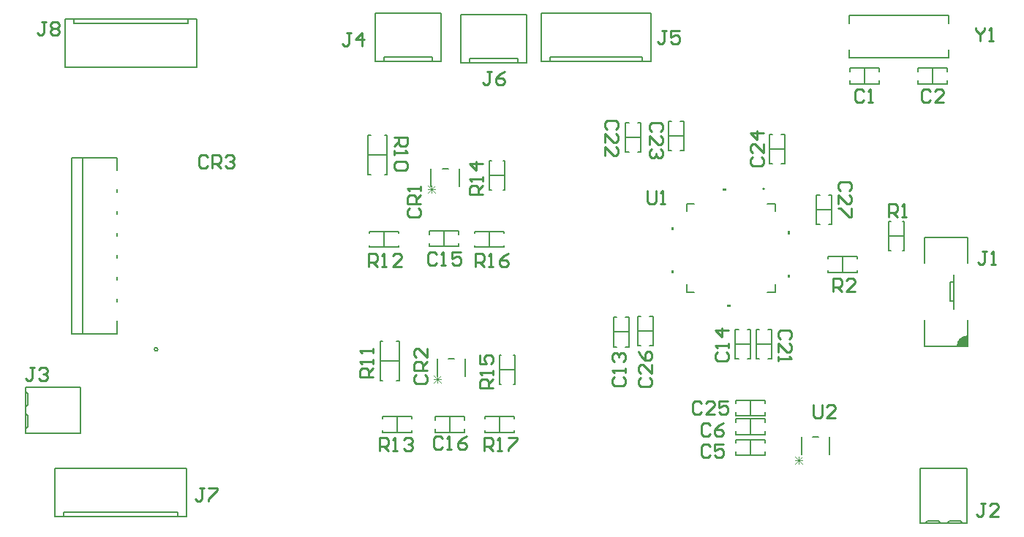
<source format=gto>
G04*
G04 #@! TF.GenerationSoftware,Altium Limited,Altium Designer,20.2.5 (213)*
G04*
G04 Layer_Color=65535*
%FSAX44Y44*%
%MOMM*%
G71*
G04*
G04 #@! TF.SameCoordinates,DEE1CB44-B07E-4D6A-B40A-D2815B2109DB*
G04*
G04*
G04 #@! TF.FilePolarity,Positive*
G04*
G01*
G75*
%ADD10C,0.1524*%
%ADD11C,0.2000*%
%ADD12C,0.1500*%
%ADD13C,0.0762*%
%ADD14C,0.2540*%
G36*
X01159541Y00558605D02*
Y00562415D01*
X01157001D01*
Y00558605D01*
X01159541D01*
D02*
G37*
G36*
Y00608605D02*
Y00612415D01*
X01157001D01*
Y00608605D01*
X01159541D01*
D02*
G37*
G36*
X01219955Y00654019D02*
Y00656559D01*
X01216145D01*
Y00654019D01*
X01219955D01*
D02*
G37*
G36*
X01294099Y00603605D02*
X01291559D01*
Y00607415D01*
X01294099D01*
Y00603605D01*
D02*
G37*
G36*
Y00553605D02*
X01291559D01*
Y00557415D01*
X01294099D01*
Y00553605D01*
D02*
G37*
G36*
X01224955Y00519461D02*
X01221145D01*
Y00522001D01*
X01224955D01*
Y00519461D01*
D02*
G37*
G36*
X01499100Y00474710D02*
X01499600Y00474210D01*
X01487600D01*
Y00478210D01*
X01495100Y00485710D01*
X01499100D01*
Y00474710D01*
D02*
G37*
D10*
X01263812Y00656519D02*
G03*
X01263812Y00656519I-00000762J00000000D01*
G01*
X00562102Y00470535D02*
G03*
X00562102Y00470535I-00002032J00000000D01*
G01*
X00878484Y00659765D02*
Y00679831D01*
X00891361D02*
X00898119D01*
X00910996Y00659765D02*
Y00679831D01*
X01276858Y00630354D02*
Y00639318D01*
X01267894Y00536702D02*
X01276858D01*
X01174242D02*
Y00545666D01*
Y00639318D02*
X01183206D01*
X01267894D02*
X01276858D01*
Y00536702D02*
Y00545666D01*
X01174242Y00536702D02*
X01183206D01*
X01174242Y00630354D02*
Y00639318D01*
X00514678Y00677706D02*
Y00692785D01*
X00474800Y00489585D02*
Y00691515D01*
X00514678Y00488315D02*
Y00503395D01*
X00462100Y00692785D02*
X00514678D01*
X00462100Y00488315D02*
Y00692785D01*
Y00488315D02*
X00514678D01*
Y00525305D02*
Y00528795D01*
Y00550705D02*
Y00554194D01*
Y00576105D02*
Y00579594D01*
Y00601506D02*
Y00604995D01*
Y00626906D02*
Y00630395D01*
Y00652306D02*
Y00655795D01*
X01339936Y00348869D02*
Y00368935D01*
X01319920D02*
X01327186D01*
X01307170Y00348869D02*
Y00368935D01*
X00917956Y00439547D02*
Y00459613D01*
X00898321D02*
X00905079D01*
X00885444Y00439547D02*
Y00459613D01*
D11*
X01499100Y00485710D02*
G03*
X01487600Y00474210I00000000J-00011500D01*
G01*
X00838580Y00480200D02*
X00841580D01*
Y00434200D02*
Y00480200D01*
X00838580Y00434200D02*
X00841580D01*
X00819580D02*
X00822580D01*
X00819580D02*
Y00480200D01*
X00822580D01*
X00819580Y00457200D02*
X00841580D01*
X00805610Y00672960D02*
X00808610D01*
X00805610D02*
Y00718960D01*
X00808610D01*
X00824610D02*
X00827610D01*
Y00672960D02*
Y00718960D01*
X00824610Y00672960D02*
X00827610D01*
X00805610Y00695960D02*
X00827610D01*
X01132840Y00803910D02*
Y00859790D01*
X01005840D02*
X01132840D01*
X01005840Y00803910D02*
Y00859790D01*
X01016000Y00803910D02*
Y00808990D01*
X01122680D01*
Y00803910D02*
Y00808990D01*
X01005840Y00803910D02*
X01132840D01*
X00989330Y00802640D02*
Y00858520D01*
X00913130D02*
X00989330D01*
X00913130Y00802640D02*
Y00858520D01*
X00923290Y00802640D02*
Y00807720D01*
X00979170D01*
Y00802640D02*
Y00807720D01*
X00913130Y00802640D02*
X00989330D01*
X01477610Y00848120D02*
Y00857370D01*
Y00808870D02*
Y00818120D01*
X01362110Y00808870D02*
Y00818120D01*
Y00848120D02*
Y00857370D01*
Y00808870D02*
X01477610D01*
X01362110Y00857370D02*
X01477610D01*
X00411480Y00406400D02*
Y00419100D01*
X00408690Y00421640D02*
X00411480Y00419100D01*
X00408690Y00403860D02*
X00411480Y00406400D01*
X00408690Y00378460D02*
X00411480Y00381000D01*
X00408690Y00396240D02*
X00411480Y00393700D01*
Y00381000D02*
Y00393700D01*
X00472690Y00374050D02*
Y00427050D01*
X00408690D02*
X00472690D01*
X00408690Y00373050D02*
Y00427050D01*
Y00373050D02*
X00472690D01*
Y00374050D01*
X01497930Y00332890D02*
X01498930D01*
Y00268890D02*
Y00332890D01*
X01444930Y00268890D02*
X01498930D01*
X01444930D02*
Y00332890D01*
X01497930D01*
X01478280Y00271680D02*
X01490980D01*
X01475740Y00268890D02*
X01478280Y00271680D01*
X01490980D02*
X01493520Y00268890D01*
X01465580Y00271680D02*
X01468120Y00268890D01*
X01450340D02*
X01452880Y00271680D01*
X01465580D01*
X01499100Y00485710D02*
X01499600D01*
Y00570210D02*
Y00600210D01*
X01449600Y00570210D02*
Y00600210D01*
X01499600D01*
X01483600Y00526210D02*
Y00548210D01*
X01479600D02*
X01483600D01*
X01479600Y00526210D02*
Y00548210D01*
Y00526210D02*
X01483600D01*
Y00517210D02*
Y00526210D01*
Y00548210D02*
Y00557210D01*
X01449600Y00474210D02*
Y00504210D01*
Y00474210D02*
X01499600D01*
Y00504210D01*
X01497600Y00474210D02*
X01499600D01*
X00890270Y00803910D02*
Y00859790D01*
X00814070D02*
X00890270D01*
X00814070Y00803910D02*
Y00859790D01*
X00824230Y00803910D02*
Y00808990D01*
X00880110D01*
Y00803910D02*
Y00808990D01*
X00814070Y00803910D02*
X00890270D01*
X00454660Y00853440D02*
X00607060D01*
X00464820Y00848360D02*
Y00853440D01*
Y00848360D02*
X00596900D01*
Y00853440D01*
X00607060Y00797560D02*
Y00853440D01*
X00454660Y00797560D02*
X00607060D01*
X00454660D02*
Y00853440D01*
X00595630Y00276860D02*
Y00332740D01*
X00443230D02*
X00595630D01*
X00443230Y00276860D02*
Y00332740D01*
X00453390Y00276860D02*
Y00281940D01*
X00585470D01*
Y00276860D02*
Y00281940D01*
X00443230Y00276860D02*
X00595630D01*
D12*
X01103520Y00699280D02*
X01107520D01*
X01103520D02*
Y00733280D01*
X01107520D01*
X01117520D02*
X01121520D01*
Y00699280D02*
Y00733280D01*
X01117520Y00699280D02*
X01121520D01*
X01103520Y00716280D02*
X01121520D01*
X01153050Y00700550D02*
X01157050D01*
X01153050D02*
Y00734550D01*
X01157050D01*
X01167050D02*
X01171050D01*
Y00700550D02*
Y00734550D01*
X01167050Y00700550D02*
X01171050D01*
X01153050Y00717550D02*
X01171050D01*
X01363490Y00792400D02*
Y00796400D01*
X01397490D01*
Y00792400D02*
Y00796400D01*
Y00778400D02*
Y00782400D01*
X01363490Y00778400D02*
X01397490D01*
X01363490D02*
Y00782400D01*
X01380490Y00778400D02*
Y00796400D01*
X00824230Y00589170D02*
Y00607170D01*
X00807230Y00605170D02*
Y00607170D01*
X00841230D01*
Y00605170D02*
Y00607170D01*
X00807230Y00589170D02*
Y00591170D01*
Y00589170D02*
X00841230D01*
Y00591170D01*
X00946150Y00589170D02*
Y00607170D01*
X00929150Y00605170D02*
Y00607170D01*
X00963150D01*
Y00605170D02*
Y00607170D01*
X00929150Y00589170D02*
Y00591170D01*
Y00589170D02*
X00963150D01*
Y00591170D01*
X00946040Y00671830D02*
X00964040D01*
X00962040Y00688830D02*
X00964040D01*
Y00654830D02*
Y00688830D01*
X00962040Y00654830D02*
X00964040D01*
X00946040Y00688830D02*
X00948040D01*
X00946040Y00654830D02*
Y00688830D01*
Y00654830D02*
X00948040D01*
X00839470Y00374540D02*
Y00392540D01*
X00822470Y00390540D02*
Y00392540D01*
X00856470D01*
Y00390540D02*
Y00392540D01*
X00822470Y00374540D02*
Y00376540D01*
Y00374540D02*
X00856470D01*
Y00376540D01*
X00957470Y00446900D02*
X00975470D01*
X00973470Y00463900D02*
X00975470D01*
Y00429900D02*
Y00463900D01*
X00973470Y00429900D02*
X00975470D01*
X00957470Y00463900D02*
X00959470D01*
X00957470Y00429900D02*
Y00463900D01*
Y00429900D02*
X00959470D01*
X00883430Y00388540D02*
Y00392540D01*
X00917430D01*
Y00388540D02*
Y00392540D01*
Y00374540D02*
Y00378540D01*
X00883430Y00374540D02*
X00917430D01*
X00883430D02*
Y00378540D01*
X00900430Y00374540D02*
Y00392540D01*
X00957580Y00374540D02*
Y00392540D01*
X00940580Y00390540D02*
Y00392540D01*
X00974580D01*
Y00390540D02*
Y00392540D01*
X00940580Y00374540D02*
Y00376540D01*
Y00374540D02*
X00974580D01*
Y00376540D01*
X00910470Y00589678D02*
Y00593678D01*
X00876470Y00589678D02*
X00910470D01*
X00876470D02*
Y00593678D01*
Y00603678D02*
Y00607678D01*
X00910470D01*
Y00603678D02*
Y00607678D01*
X00893470Y00589678D02*
Y00607678D01*
X01324500Y00632460D02*
X01342500D01*
X01324500Y00649460D02*
X01328500D01*
X01324500Y00615460D02*
Y00649460D01*
Y00615460D02*
X01328500D01*
X01338500D02*
X01342500D01*
Y00649460D01*
X01338500D02*
X01342500D01*
X01424320Y00618980D02*
X01426320D01*
Y00584980D02*
Y00618980D01*
X01424320Y00584980D02*
X01426320D01*
X01408320Y00618980D02*
X01410320D01*
X01408320Y00584980D02*
Y00618980D01*
Y00584980D02*
X01410320D01*
X01408320Y00601980D02*
X01426320D01*
X01459230Y00778400D02*
Y00796400D01*
X01476230Y00792400D02*
Y00796400D01*
X01442230D02*
X01476230D01*
X01442230Y00792400D02*
Y00796400D01*
Y00778400D02*
Y00782400D01*
Y00778400D02*
X01476230D01*
Y00782400D01*
X01269890Y00685310D02*
X01273890D01*
X01269890D02*
Y00719310D01*
X01273890D01*
X01283890D02*
X01287890D01*
Y00685310D02*
Y00719310D01*
X01283890Y00685310D02*
X01287890D01*
X01269890Y00702310D02*
X01287890D01*
X01248410Y00393590D02*
Y00411590D01*
X01265410Y00407590D02*
Y00411590D01*
X01231410D02*
X01265410D01*
X01231410Y00407590D02*
Y00411590D01*
Y00393590D02*
Y00397590D01*
Y00393590D02*
X01265410D01*
Y00397590D01*
X01089550Y00490600D02*
X01107550D01*
X01089550Y00507600D02*
X01093550D01*
X01089550Y00473600D02*
Y00507600D01*
Y00473600D02*
X01093550D01*
X01103550D02*
X01107550D01*
Y00507600D01*
X01103550D02*
X01107550D01*
X01117490Y00491490D02*
X01135490D01*
X01117490Y00508490D02*
X01121490D01*
X01117490Y00474490D02*
Y00508490D01*
Y00474490D02*
X01121490D01*
X01131490D02*
X01135490D01*
Y00508490D01*
X01131490D02*
X01135490D01*
X01248410Y00372000D02*
Y00390000D01*
X01265410Y00386000D02*
Y00390000D01*
X01231410D02*
X01265410D01*
X01231410Y00386000D02*
Y00390000D01*
Y00372000D02*
Y00376000D01*
Y00372000D02*
X01265410D01*
Y00376000D01*
X01248410Y00347870D02*
Y00365870D01*
X01265410Y00361870D02*
Y00365870D01*
X01231410D02*
X01265410D01*
X01231410Y00361870D02*
Y00365870D01*
Y00347870D02*
Y00351870D01*
Y00347870D02*
X01265410D01*
Y00351870D01*
X01355090Y00559960D02*
Y00577960D01*
X01338090Y00575960D02*
Y00577960D01*
X01372090D01*
Y00575960D02*
Y00577960D01*
X01338090Y00559960D02*
Y00561960D01*
Y00559960D02*
X01372090D01*
Y00561960D01*
X01254650Y00476250D02*
X01272650D01*
X01254650Y00493250D02*
X01258650D01*
X01254650Y00459250D02*
Y00493250D01*
Y00459250D02*
X01258650D01*
X01268650D02*
X01272650D01*
Y00493250D01*
X01268650D02*
X01272650D01*
X01244520D02*
X01248520D01*
Y00459250D02*
Y00493250D01*
X01244520Y00459250D02*
X01248520D01*
X01230520D02*
X01234520D01*
X01230520D02*
Y00493250D01*
X01234520D01*
X01230520Y00476250D02*
X01248520D01*
D13*
X00874406Y00652145D02*
X00882870Y00660609D01*
Y00652145D02*
X00874406Y00660609D01*
X00878638Y00652145D02*
Y00660609D01*
X00882870Y00656377D02*
X00874406D01*
X01299663Y00337630D02*
X01308127Y00346093D01*
Y00337630D02*
X01299663Y00346093D01*
X01303895Y00337630D02*
Y00346093D01*
X01308127Y00341861D02*
X01299663D01*
X00881366Y00431927D02*
X00889830Y00440391D01*
Y00431927D02*
X00881366Y00440391D01*
X00885598Y00431927D02*
Y00440391D01*
X00889830Y00436159D02*
X00881366D01*
D14*
X01408433Y00623573D02*
Y00638807D01*
X01416051D01*
X01418590Y00636268D01*
Y00631190D01*
X01416051Y00628651D01*
X01408433D01*
X01413512D02*
X01418590Y00623573D01*
X01423668D02*
X01428747D01*
X01426208D01*
Y00638807D01*
X01423668Y00636268D01*
X01129033Y00654047D02*
Y00641352D01*
X01131572Y00638812D01*
X01136651D01*
X01139190Y00641352D01*
Y00654047D01*
X01144268Y00638812D02*
X01149347D01*
X01146808D01*
Y00654047D01*
X01144268Y00651508D01*
X01362708Y00654047D02*
X01365248Y00656586D01*
Y00661664D01*
X01362708Y00664203D01*
X01352552D01*
X01350013Y00661664D01*
Y00656586D01*
X01352552Y00654047D01*
X01350013Y00638812D02*
Y00648968D01*
X01360169Y00638812D01*
X01362708D01*
X01365248Y00641351D01*
Y00646429D01*
X01362708Y00648968D01*
X01365248Y00633733D02*
Y00623577D01*
X01362708D01*
X01352552Y00633733D01*
X01350013D01*
X01121412Y00437263D02*
X01118873Y00434724D01*
Y00429646D01*
X01121412Y00427107D01*
X01131568D01*
X01134108Y00429646D01*
Y00434724D01*
X01131568Y00437263D01*
X01134108Y00452498D02*
Y00442342D01*
X01123951Y00452498D01*
X01121412D01*
X01118873Y00449959D01*
Y00444881D01*
X01121412Y00442342D01*
X01118873Y00467733D02*
X01121412Y00462655D01*
X01126490Y00457577D01*
X01131568D01*
X01134108Y00460116D01*
Y00465194D01*
X01131568Y00467733D01*
X01129029D01*
X01126490Y00465194D01*
Y00457577D01*
X01191263Y00407668D02*
X01188724Y00410207D01*
X01183646D01*
X01181107Y00407668D01*
Y00397512D01*
X01183646Y00394972D01*
X01188724D01*
X01191263Y00397512D01*
X01206498Y00394972D02*
X01196342D01*
X01206498Y00405129D01*
Y00407668D01*
X01203959Y00410207D01*
X01198881D01*
X01196342Y00407668D01*
X01221733Y00410207D02*
X01211577D01*
Y00402590D01*
X01216655Y00405129D01*
X01219194D01*
X01221733Y00402590D01*
Y00397512D01*
X01219194Y00394972D01*
X01214116D01*
X01211577Y00397512D01*
X01201421Y00358138D02*
X01198882Y00360677D01*
X01193803D01*
X01191264Y00358138D01*
Y00347982D01*
X01193803Y00345443D01*
X01198882D01*
X01201421Y00347982D01*
X01216656Y00360677D02*
X01206499D01*
Y00353060D01*
X01211578Y00355599D01*
X01214117D01*
X01216656Y00353060D01*
Y00347982D01*
X01214117Y00345443D01*
X01209038D01*
X01206499Y00347982D01*
X01508763Y00843278D02*
Y00840738D01*
X01513842Y00835660D01*
X01518920Y00840738D01*
Y00843278D01*
X01513842Y00835660D02*
Y00828043D01*
X01523998D02*
X01529077D01*
X01526538D01*
Y00843278D01*
X01523998Y00840738D01*
X01321017Y00405890D02*
Y00393194D01*
X01323556Y00390654D01*
X01328635D01*
X01331174Y00393194D01*
Y00405890D01*
X01346409Y00390654D02*
X01336252D01*
X01346409Y00400811D01*
Y00403350D01*
X01343870Y00405890D01*
X01338791D01*
X01336252Y00403350D01*
X00939806Y00353063D02*
Y00368298D01*
X00947424D01*
X00949963Y00365758D01*
Y00360680D01*
X00947424Y00358141D01*
X00939806D01*
X00944884D02*
X00949963Y00353063D01*
X00955041D02*
X00960120D01*
X00957580D01*
Y00368298D01*
X00955041Y00365758D01*
X00967737Y00368298D02*
X00977894D01*
Y00365758D01*
X00967737Y00355602D01*
Y00353063D01*
X00929646Y00566423D02*
Y00581657D01*
X00937264D01*
X00939803Y00579118D01*
Y00574040D01*
X00937264Y00571501D01*
X00929646D01*
X00934725D02*
X00939803Y00566423D01*
X00944881D02*
X00949960D01*
X00947420D01*
Y00581657D01*
X00944881Y00579118D01*
X00967734Y00581657D02*
X00962655Y00579118D01*
X00957577Y00574040D01*
Y00568962D01*
X00960116Y00566423D01*
X00965195D01*
X00967734Y00568962D01*
Y00571501D01*
X00965195Y00574040D01*
X00957577D01*
X00949958Y00425456D02*
X00934722D01*
Y00433074D01*
X00937262Y00435613D01*
X00942340D01*
X00944879Y00433074D01*
Y00425456D01*
Y00430535D02*
X00949958Y00435613D01*
Y00440691D02*
Y00445770D01*
Y00443230D01*
X00934722D01*
X00937262Y00440691D01*
X00934722Y00463544D02*
Y00453387D01*
X00942340D01*
X00939801Y00458465D01*
Y00461005D01*
X00942340Y00463544D01*
X00947418D01*
X00949958Y00461005D01*
Y00455926D01*
X00947418Y00453387D01*
X00938528Y00650246D02*
X00923292D01*
Y00657864D01*
X00925832Y00660403D01*
X00930910D01*
X00933449Y00657864D01*
Y00650246D01*
Y00655324D02*
X00938528Y00660403D01*
Y00665481D02*
Y00670560D01*
Y00668020D01*
X00923292D01*
X00925832Y00665481D01*
X00938528Y00685795D02*
X00923292D01*
X00930910Y00678177D01*
Y00688334D01*
X00819156Y00353063D02*
Y00368298D01*
X00826774D01*
X00829313Y00365758D01*
Y00360680D01*
X00826774Y00358141D01*
X00819156D01*
X00824234D02*
X00829313Y00353063D01*
X00834391D02*
X00839470D01*
X00836930D01*
Y00368298D01*
X00834391Y00365758D01*
X00847087D02*
X00849626Y00368298D01*
X00854705D01*
X00857244Y00365758D01*
Y00363219D01*
X00854705Y00360680D01*
X00852166D01*
X00854705D01*
X00857244Y00358141D01*
Y00355602D01*
X00854705Y00353063D01*
X00849626D01*
X00847087Y00355602D01*
X00806456Y00566423D02*
Y00581657D01*
X00814074D01*
X00816613Y00579118D01*
Y00574040D01*
X00814074Y00571501D01*
X00806456D01*
X00811535D02*
X00816613Y00566423D01*
X00821691D02*
X00826770D01*
X00824230D01*
Y00581657D01*
X00821691Y00579118D01*
X00844544Y00566423D02*
X00834387D01*
X00844544Y00576579D01*
Y00579118D01*
X00842005Y00581657D01*
X00836926D01*
X00834387Y00579118D01*
X00811527Y00438155D02*
X00796292D01*
Y00445773D01*
X00798832Y00448312D01*
X00803910D01*
X00806449Y00445773D01*
Y00438155D01*
Y00443234D02*
X00811527Y00448312D01*
Y00453390D02*
Y00458469D01*
Y00455930D01*
X00796292D01*
X00798832Y00453390D01*
X00811527Y00466086D02*
Y00471165D01*
Y00468625D01*
X00796292D01*
X00798832Y00466086D01*
X00835663Y00716274D02*
X00850898D01*
Y00708656D01*
X00848358Y00706117D01*
X00843280D01*
X00840741Y00708656D01*
Y00716274D01*
Y00711196D02*
X00835663Y00706117D01*
Y00701039D02*
Y00695960D01*
Y00698500D01*
X00850898D01*
X00848358Y00701039D01*
Y00688343D02*
X00850898Y00685804D01*
Y00680725D01*
X00848358Y00678186D01*
X00838202D01*
X00835663Y00680725D01*
Y00685804D01*
X00838202Y00688343D01*
X00848358D01*
X01343664Y00537212D02*
Y00552448D01*
X01351282D01*
X01353821Y00549908D01*
Y00544830D01*
X01351282Y00542291D01*
X01343664D01*
X01348743D02*
X01353821Y00537212D01*
X01369056D02*
X01358899D01*
X01369056Y00547369D01*
Y00549908D01*
X01366517Y00552448D01*
X01361438D01*
X01358899Y00549908D01*
X00433071Y00849628D02*
X00427993D01*
X00430532D01*
Y00836932D01*
X00427993Y00834392D01*
X00425453D01*
X00422914Y00836932D01*
X00438149Y00847088D02*
X00440688Y00849628D01*
X00445767D01*
X00448306Y00847088D01*
Y00844549D01*
X00445767Y00842010D01*
X00448306Y00839471D01*
Y00836932D01*
X00445767Y00834392D01*
X00440688D01*
X00438149Y00836932D01*
Y00839471D01*
X00440688Y00842010D01*
X00438149Y00844549D01*
Y00847088D01*
X00440688Y00842010D02*
X00445767D01*
X00615951Y00309877D02*
X00610872D01*
X00613412D01*
Y00297182D01*
X00610872Y00294643D01*
X00608333D01*
X00605794Y00297182D01*
X00621029Y00309877D02*
X00631186D01*
Y00307338D01*
X00621029Y00297182D01*
Y00294643D01*
X00948691Y00792477D02*
X00943613D01*
X00946152D01*
Y00779782D01*
X00943613Y00777243D01*
X00941073D01*
X00938534Y00779782D01*
X00963926Y00792477D02*
X00958848Y00789938D01*
X00953769Y00784860D01*
Y00779782D01*
X00956308Y00777243D01*
X00961387D01*
X00963926Y00779782D01*
Y00782321D01*
X00961387Y00784860D01*
X00953769D01*
X01150621Y00839467D02*
X01145543D01*
X01148082D01*
Y00826772D01*
X01145543Y00824232D01*
X01143003D01*
X01140464Y00826772D01*
X01165856Y00839467D02*
X01155699D01*
Y00831850D01*
X01160778Y00834389D01*
X01163317D01*
X01165856Y00831850D01*
Y00826772D01*
X01163317Y00824232D01*
X01158238D01*
X01155699Y00826772D01*
X00786131Y00836927D02*
X00781052D01*
X00783592D01*
Y00824232D01*
X00781052Y00821693D01*
X00778513D01*
X00775974Y00824232D01*
X00798827Y00821693D02*
Y00836927D01*
X00791209Y00829310D01*
X00801366D01*
X00419101Y00449577D02*
X00414022D01*
X00416562D01*
Y00436882D01*
X00414022Y00434342D01*
X00411483D01*
X00408944Y00436882D01*
X00424179Y00447038D02*
X00426718Y00449577D01*
X00431797D01*
X00434336Y00447038D01*
Y00444499D01*
X00431797Y00441960D01*
X00429258D01*
X00431797D01*
X00434336Y00439421D01*
Y00436882D01*
X00431797Y00434342D01*
X00426718D01*
X00424179Y00436882D01*
X01520191Y00292097D02*
X01515112D01*
X01517652D01*
Y00279402D01*
X01515112Y00276863D01*
X01512573D01*
X01510034Y00279402D01*
X01535426Y00276863D02*
X01525269D01*
X01535426Y00287019D01*
Y00289558D01*
X01532887Y00292097D01*
X01527808D01*
X01525269Y00289558D01*
X01521590Y00584198D02*
X01516512D01*
X01519051D01*
Y00571502D01*
X01516512Y00568963D01*
X01513972D01*
X01511433Y00571502D01*
X01526668Y00568963D02*
X01531747D01*
X01529208D01*
Y00584198D01*
X01526668Y00581658D01*
X00619763Y00693418D02*
X00617224Y00695957D01*
X00612146D01*
X00609607Y00693418D01*
Y00683262D01*
X00612146Y00680723D01*
X00617224D01*
X00619763Y00683262D01*
X00624842Y00680723D02*
Y00695957D01*
X00632459D01*
X00634998Y00693418D01*
Y00688340D01*
X00632459Y00685801D01*
X00624842D01*
X00629920D02*
X00634998Y00680723D01*
X00640077Y00693418D02*
X00642616Y00695957D01*
X00647694D01*
X00650233Y00693418D01*
Y00690879D01*
X00647694Y00688340D01*
X00645155D01*
X00647694D01*
X00650233Y00685801D01*
Y00683262D01*
X00647694Y00680723D01*
X00642616D01*
X00640077Y00683262D01*
X00861062Y00440693D02*
X00858522Y00438154D01*
Y00433076D01*
X00861062Y00430537D01*
X00871218D01*
X00873757Y00433076D01*
Y00438154D01*
X00871218Y00440693D01*
X00873757Y00445772D02*
X00858522D01*
Y00453389D01*
X00861062Y00455928D01*
X00866140D01*
X00868679Y00453389D01*
Y00445772D01*
Y00450850D02*
X00873757Y00455928D01*
Y00471163D02*
Y00461007D01*
X00863601Y00471163D01*
X00861062D01*
X00858522Y00468624D01*
Y00463546D01*
X00861062Y00461007D01*
X00853442Y00633732D02*
X00850902Y00631193D01*
Y00626115D01*
X00853442Y00623576D01*
X00863598D01*
X00866137Y00626115D01*
Y00631193D01*
X00863598Y00633732D01*
X00866137Y00638811D02*
X00850902D01*
Y00646428D01*
X00853442Y00648968D01*
X00858520D01*
X00861059Y00646428D01*
Y00638811D01*
Y00643889D02*
X00866137Y00648968D01*
Y00654046D02*
Y00659124D01*
Y00656585D01*
X00850902D01*
X00853442Y00654046D01*
X01250952Y00693423D02*
X01248412Y00690884D01*
Y00685806D01*
X01250952Y00683267D01*
X01261108D01*
X01263648Y00685806D01*
Y00690884D01*
X01261108Y00693423D01*
X01263648Y00708658D02*
Y00698502D01*
X01253491Y00708658D01*
X01250952D01*
X01248412Y00706119D01*
Y00701041D01*
X01250952Y00698502D01*
X01263648Y00721354D02*
X01248412D01*
X01256030Y00713737D01*
Y00723893D01*
X01144268Y00722627D02*
X01146807Y00725166D01*
Y00730244D01*
X01144268Y00732783D01*
X01134112D01*
X01131572Y00730244D01*
Y00725166D01*
X01134112Y00722627D01*
X01131572Y00707392D02*
Y00717548D01*
X01141729Y00707392D01*
X01144268D01*
X01146807Y00709931D01*
Y00715009D01*
X01144268Y00717548D01*
Y00702313D02*
X01146807Y00699774D01*
Y00694696D01*
X01144268Y00692157D01*
X01141729D01*
X01139190Y00694696D01*
Y00697235D01*
Y00694696D01*
X01136651Y00692157D01*
X01134112D01*
X01131572Y00694696D01*
Y00699774D01*
X01134112Y00702313D01*
X01092198Y00725167D02*
X01094738Y00727706D01*
Y00732784D01*
X01092198Y00735323D01*
X01082042D01*
X01079502Y00732784D01*
Y00727706D01*
X01082042Y00725167D01*
X01079502Y00709932D02*
Y00720088D01*
X01089659Y00709932D01*
X01092198D01*
X01094738Y00712471D01*
Y00717549D01*
X01092198Y00720088D01*
X01079502Y00694697D02*
Y00704853D01*
X01089659Y00694697D01*
X01092198D01*
X01094738Y00697236D01*
Y00702314D01*
X01092198Y00704853D01*
X01292858Y00482598D02*
X01295397Y00485137D01*
Y00490215D01*
X01292858Y00492754D01*
X01282702D01*
X01280163Y00490215D01*
Y00485137D01*
X01282702Y00482598D01*
X01280163Y00467362D02*
Y00477519D01*
X01290319Y00467362D01*
X01292858D01*
X01295397Y00469902D01*
Y00474980D01*
X01292858Y00477519D01*
X01280163Y00462284D02*
Y00457206D01*
Y00459745D01*
X01295397D01*
X01292858Y00462284D01*
X00891543Y00367028D02*
X00889004Y00369567D01*
X00883925D01*
X00881386Y00367028D01*
Y00356872D01*
X00883925Y00354333D01*
X00889004D01*
X00891543Y00356872D01*
X00896621Y00354333D02*
X00901700D01*
X00899160D01*
Y00369567D01*
X00896621Y00367028D01*
X00919474Y00369567D02*
X00914396Y00367028D01*
X00909317Y00361950D01*
Y00356872D01*
X00911856Y00354333D01*
X00916935D01*
X00919474Y00356872D01*
Y00359411D01*
X00916935Y00361950D01*
X00909317D01*
X00885193Y00580388D02*
X00882654Y00582928D01*
X00877575D01*
X00875036Y00580388D01*
Y00570232D01*
X00877575Y00567692D01*
X00882654D01*
X00885193Y00570232D01*
X00890271Y00567692D02*
X00895350D01*
X00892810D01*
Y00582928D01*
X00890271Y00580388D01*
X00913124Y00582928D02*
X00902967D01*
Y00575310D01*
X00908046Y00577849D01*
X00910585D01*
X00913124Y00575310D01*
Y00570232D01*
X00910585Y00567692D01*
X00905506D01*
X00902967Y00570232D01*
X01210312Y00467363D02*
X01207772Y00464824D01*
Y00459745D01*
X01210312Y00457206D01*
X01220468D01*
X01223008Y00459745D01*
Y00464824D01*
X01220468Y00467363D01*
X01223008Y00472441D02*
Y00477520D01*
Y00474980D01*
X01207772D01*
X01210312Y00472441D01*
X01223008Y00492755D02*
X01207772D01*
X01215390Y00485137D01*
Y00495294D01*
X01090932Y00438533D02*
X01088392Y00435994D01*
Y00430915D01*
X01090932Y00428376D01*
X01101088D01*
X01103627Y00430915D01*
Y00435994D01*
X01101088Y00438533D01*
X01103627Y00443611D02*
Y00448690D01*
Y00446150D01*
X01088392D01*
X01090932Y00443611D01*
Y00456307D02*
X01088392Y00458846D01*
Y00463925D01*
X01090932Y00466464D01*
X01093471D01*
X01096010Y00463925D01*
Y00461385D01*
Y00463925D01*
X01098549Y00466464D01*
X01101088D01*
X01103627Y00463925D01*
Y00458846D01*
X01101088Y00456307D01*
X01201421Y00382268D02*
X01198882Y00384808D01*
X01193803D01*
X01191264Y00382268D01*
Y00372112D01*
X01193803Y00369572D01*
X01198882D01*
X01201421Y00372112D01*
X01216656Y00384808D02*
X01211578Y00382268D01*
X01206499Y00377190D01*
Y00372112D01*
X01209038Y00369572D01*
X01214117D01*
X01216656Y00372112D01*
Y00374651D01*
X01214117Y00377190D01*
X01206499D01*
X01456691Y00769618D02*
X01454152Y00772158D01*
X01449073D01*
X01446534Y00769618D01*
Y00759462D01*
X01449073Y00756923D01*
X01454152D01*
X01456691Y00759462D01*
X01471926Y00756923D02*
X01461769D01*
X01471926Y00767079D01*
Y00769618D01*
X01469387Y00772158D01*
X01464308D01*
X01461769Y00769618D01*
X01379220D02*
X01376681Y00772158D01*
X01371602D01*
X01369063Y00769618D01*
Y00759462D01*
X01371602Y00756923D01*
X01376681D01*
X01379220Y00759462D01*
X01384298Y00756923D02*
X01389377D01*
X01386838D01*
Y00772158D01*
X01384298Y00769618D01*
M02*

</source>
